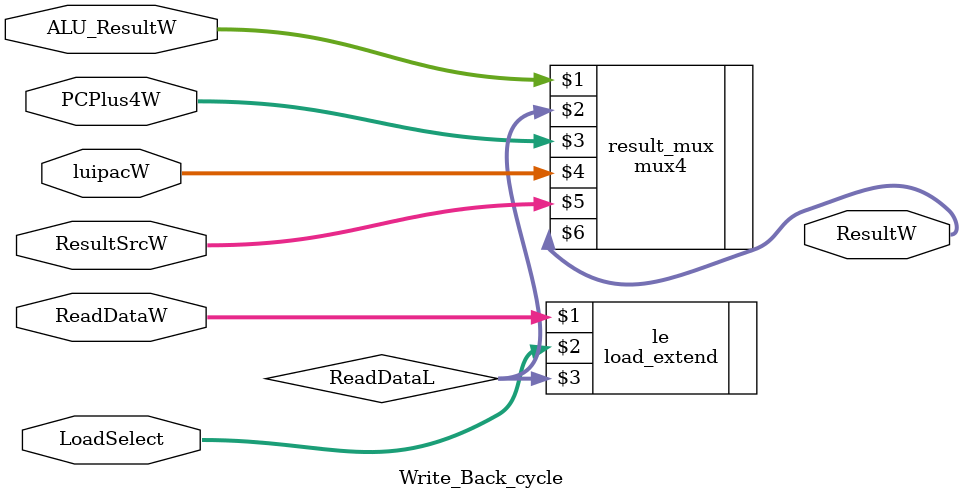
<source format=v>
module Write_Back_cycle(

// Declaration of IOs
input [1:0] ResultSrcW,
input [31:0] luipacW,
input [31:0] PCPlus4W, ALU_ResultW, ReadDataW,
input[2:0] LoadSelect,

output [31:0] ResultW);

wire[31:0] ReadDataL;
// Declaration of Module

                
                
load_extend le(ReadDataW,LoadSelect,ReadDataL); 
mux4 #(32) result_mux (ALU_ResultW ,ReadDataL,PCPlus4W,luipacW,ResultSrcW,ResultW);            
endmodule
</source>
